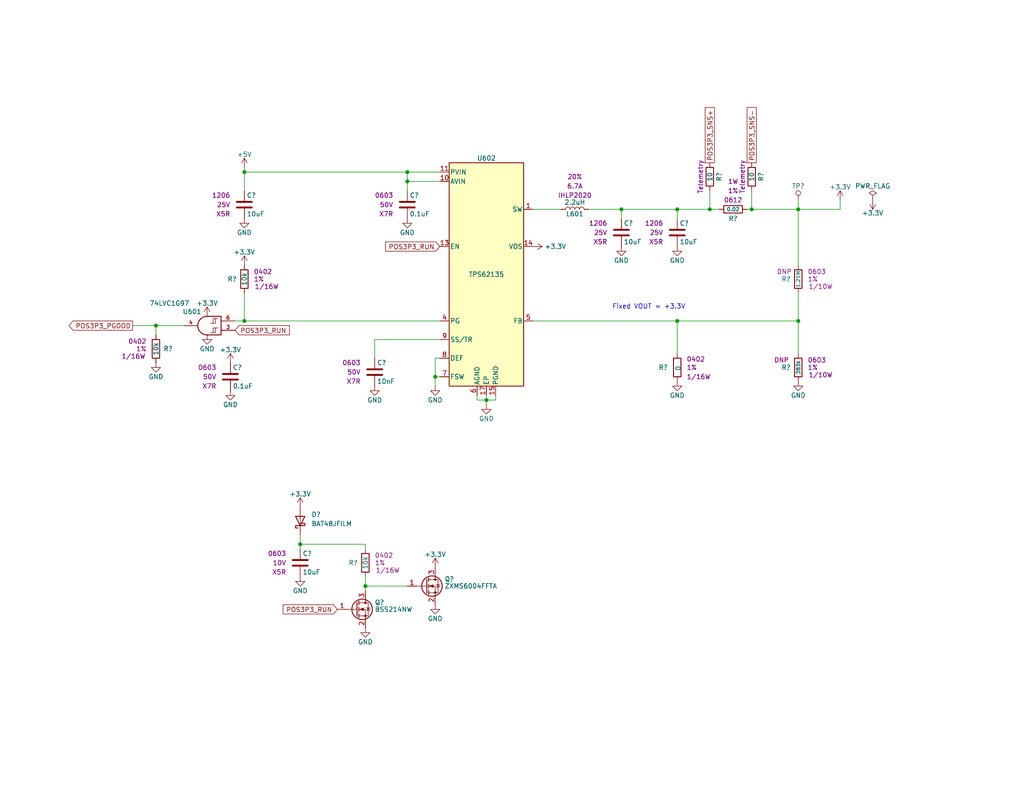
<source format=kicad_sch>
(kicad_sch (version 20230121) (generator eeschema)
  (paper "A")
  (title_block (title "USB Hub") (date "2023-08-18") (rev "PRELIM") (company "Drew Maatman"))
  (lib_symbols
    (symbol "Custom_Library:74LVC1G97_Power_AND" (pin_names (offset 1.016) hide)
      (property "Reference" "U" (at 1.524 3.81 0))
      (property "Value" "74LVC1G97_Power_AND" (at 1.524 -3.81 0))
      (symbol "74LVC1G97_Power_AND_1_1"
        (arc (start 0 -2.54) (mid 2.529 0) (end 0 2.54) (stroke (width 0.254)))
        (polyline (pts (xy -2.286 -0.635) (xy -1.651 -0.635) (xy -1.651 -1.905)))
        (polyline (pts (xy -2.286 1.905) (xy -1.651 1.905) (xy -1.651 0.635)))
        (polyline (pts (xy -2.921 -0.635) (xy -2.286 -0.635) (xy -2.286 -1.905) (xy -1.016 -1.905)))
        (polyline (pts (xy -2.921 1.905) (xy -2.286 1.905) (xy -2.286 0.635) (xy -1.016 0.635)))
        (polyline (pts (xy 0 -2.54) (xy -3.81 -2.54) (xy -3.81 2.54) (xy 0 2.54)) (stroke (width 0.254)))
        (pin power_in line (at 0 -2.54 270) (length 0) (name "GND") (number "1"))
        (pin power_in line (at 0 -2.54 270) (length 0) (name "GND") (number "2"))
        (pin input line (at -7.62 -1.27 0) (length 3.81) (name "~") (number "3"))
        (pin output line (at 6.35 0 180) (length 3.81) (name "~") (number "4"))
        (pin power_in line (at 0 2.54 90) (length 0) (name "VCC") (number "5"))
        (pin input line (at -7.62 1.27 0) (length 3.81) (name "~") (number "6"))
      )
    )
    (symbol "Custom_Library:C_Custom" (pin_numbers hide) (pin_names (offset 0.254))
      (property "Reference" "C" (at 0.635 2.54 0))
      (property "Value" "C_Custom" (at 0.635 -2.54 0))
      (property "display_footprint" "Foot" (at -3.81 2.54 0))
      (property "Voltage" "V" (at -3.81 0 0))
      (property "Dielectric" "Er" (at -3.81 -2.54 0))
      (symbol "C_Custom_0_1"
        (polyline (pts (xy -2.032 -0.762) (xy 2.032 -0.762)) (stroke (width 0.508)))
        (polyline (pts (xy -2.032 0.762) (xy 2.032 0.762)) (stroke (width 0.508)))
      )
      (symbol "C_Custom_1_1"
        (pin passive line (at 0 3.81 270) (length 2.794) (name "~") (number "1"))
        (pin passive line (at 0 -3.81 90) (length 2.794) (name "~") (number "2"))
      )
    )
    (symbol "Custom_Library:L_Custom" (pin_numbers hide) (pin_names (offset 1.016) hide)
      (property "Reference" "L" (at -1.27 0 90))
      (property "Value" "L_Custom" (at 1.905 0 90))
      (property "display_footprint" "Foot" (at 3.81 0 90))
      (property "Ampacity" "A" (at 6.35 0 90))
      (property "Tolerance" "Tol" (at 8.89 0 90))
      (symbol "L_Custom_0_1"
        (arc (start 0 -2.54) (mid 0.6323 -1.905) (end 0 -1.27))
        (arc (start 0 -1.27) (mid 0.6323 -0.635) (end 0 0))
        (arc (start 0 0) (mid 0.6323 0.635) (end 0 1.27))
        (arc (start 0 1.27) (mid 0.6323 1.905) (end 0 2.54))
      )
      (symbol "L_Custom_1_1"
        (pin passive line (at 0 3.81 270) (length 1.27) (name "1") (number "1"))
        (pin passive line (at 0 -3.81 90) (length 1.27) (name "2") (number "2"))
      )
    )
    (symbol "Custom_Library:R_Custom" (pin_numbers hide) (pin_names (offset 1.016) hide)
      (property "Reference" "R" (at -2.54 0 90))
      (property "Value" "R_Custom" (at 0 0 90))
      (property "display_footprint" "Foot" (at 2.54 0 90))
      (property "Tolerance" "Tol" (at 5.08 0 90))
      (property "Wattage" "W" (at 7.62 0 90))
      (symbol "R_Custom_0_1"
        (rectangle (start 1.016 2.54) (end -1.016 -2.54) (stroke (width 0.254)))
      )
      (symbol "R_Custom_1_1"
        (pin passive line (at 0 3.81 270) (length 1.27) (name "1") (number "1"))
        (pin passive line (at 0 -3.81 90) (length 1.27) (name "2") (number "2"))
      )
    )
    (symbol "Custom_Library:TP" (pin_numbers hide) (pin_names (offset 0) hide)
      (property "Reference" "TP" (at 0 3.81 0))
      (symbol "TP_0_1"
        (polyline (pts (xy 0 0) (xy 0 1.27)))
        (circle (center 0 1.905) (radius 0.635))
      )
      (symbol "TP_1_1"
        (pin passive line (at 0 0 90) (length 0) (name "TP") (number "1"))
      )
    )
    (symbol "Custom_Library:TPS62130" (pin_names (offset 0.254))
      (property "Reference" "U" (at 0 31.75 0))
      (property "Value" "TPS62130" (at 0 0 0))
      (symbol "TPS62130_0_1"
        (rectangle (start -10.16 30.48) (end 10.16 -30.48) (stroke (width 0.254)) (fill (type background)))
      )
      (symbol "TPS62130_1_1"
        (pin output line (at 12.7 17.78 180) (length 2.54) (name "SW") (number "1"))
        (pin power_in line (at -12.7 25.4 0) (length 2.54) (name "AVIN") (number "10"))
        (pin power_in line (at -12.7 27.94 0) (length 2.54) (name "PVIN") (number "11"))
        (pin passive line (at -12.7 27.94 0) (length 2.54) hide (name "PVIN") (number "12"))
        (pin input line (at -12.7 7.62 0) (length 2.54) (name "EN") (number "13"))
        (pin input line (at 12.7 7.62 180) (length 2.54) (name "VOS") (number "14"))
        (pin power_in line (at 2.54 -33.02 90) (length 2.54) (name "PGND") (number "15"))
        (pin passive line (at 2.54 -33.02 90) (length 2.54) hide (name "PGND") (number "16"))
        (pin power_in line (at 0 -33.02 90) (length 2.54) (name "EP") (number "17"))
        (pin passive line (at 12.7 17.78 180) (length 2.54) hide (name "SW") (number "2"))
        (pin passive line (at 12.7 17.78 180) (length 2.54) hide (name "SW") (number "3"))
        (pin open_collector line (at -12.7 -12.7 0) (length 2.54) (name "PG") (number "4"))
        (pin input line (at 12.7 -12.7 180) (length 2.54) (name "FB") (number "5"))
        (pin power_in line (at -2.54 -33.02 90) (length 2.54) (name "AGND") (number "6"))
        (pin input line (at -12.7 -27.94 0) (length 2.54) (name "FSW") (number "7"))
        (pin input line (at -12.7 -22.86 0) (length 2.54) (name "DEF") (number "8"))
        (pin input line (at -12.7 -17.78 0) (length 2.54) (name "SS/TR") (number "9"))
      )
    )
    (symbol "Custom_Library:ZXMS6004FFTA" (pin_names hide)
      (property "Reference" "Q" (at 5.08 1.905 0))
      (property "Value" "ZXMS6004FFTA" (at 5.08 0 0))
      (symbol "ZXMS6004FFTA_0_1"
        (polyline (pts (xy 0.254 0) (xy -2.54 0)))
        (polyline (pts (xy 0.254 1.905) (xy 0.254 -1.905)) (stroke (width 0.254)))
        (polyline (pts (xy 0.762 -1.27) (xy 0.762 -2.286)) (stroke (width 0.254)))
        (polyline (pts (xy 0.762 0.508) (xy 0.762 -0.508)) (stroke (width 0.254)))
        (polyline (pts (xy 0.762 2.286) (xy 0.762 1.27)) (stroke (width 0.254)))
        (polyline (pts (xy 2.54 2.54) (xy 2.54 1.778)))
        (polyline (pts (xy 2.54 -2.54) (xy 2.54 0) (xy 0.762 0)))
        (polyline (pts (xy 0.762 -1.778) (xy 3.302 -1.778) (xy 3.302 1.778) (xy 0.762 1.778)))
        (polyline (pts (xy 1.016 0) (xy 2.032 0.381) (xy 2.032 -0.381) (xy 1.016 0)) (fill (type outline)))
        (polyline (pts (xy 2.794 0.508) (xy 2.921 0.381) (xy 3.683 0.381) (xy 3.81 0.254)))
        (polyline (pts (xy 3.302 0.381) (xy 2.921 -0.254) (xy 3.683 -0.254) (xy 3.302 0.381)))
        (circle (center 1.651 0) (radius 2.794) (stroke (width 0.254)))
        (circle (center 2.54 -1.778) (radius 0.254) (fill (type outline)))
        (circle (center 2.54 1.778) (radius 0.254) (fill (type outline)))
      )
      (symbol "ZXMS6004FFTA_1_1"
        (pin input line (at -5.08 0 0) (length 2.54) (name "G") (number "1"))
        (pin passive line (at 2.54 -5.08 90) (length 2.54) (name "S") (number "2"))
        (pin passive line (at 2.54 5.08 270) (length 2.54) (name "D") (number "3"))
      )
    )
    (symbol "Diode:BAT48JFILM" (pin_numbers hide) (pin_names (offset 1.016) hide)
      (property "Reference" "D" (at 0 2.54 0))
      (property "Value" "BAT48JFILM" (at 0 -2.54 0))
      (symbol "BAT48JFILM_0_1"
        (polyline (pts (xy 1.27 0) (xy -1.27 0)))
        (polyline (pts (xy 1.27 1.27) (xy 1.27 -1.27) (xy -1.27 0) (xy 1.27 1.27)) (stroke (width 0.254)))
        (polyline (pts (xy -1.905 0.635) (xy -1.905 1.27) (xy -1.27 1.27) (xy -1.27 -1.27) (xy -0.635 -1.27) (xy -0.635 -0.635)) (stroke (width 0.254)))
      )
      (symbol "BAT48JFILM_1_1"
        (pin passive line (at -3.81 0 0) (length 2.54) (name "K") (number "1"))
        (pin passive line (at 3.81 0 180) (length 2.54) (name "A") (number "2"))
      )
    )
    (symbol "Transistor_FET:BSS214NW" (pin_names hide)
      (property "Reference" "Q" (at 5.08 1.905 0))
      (property "Value" "BSS214NW" (at 5.08 0 0))
      (symbol "BSS214NW_0_1"
        (polyline (pts (xy 0.254 0) (xy -2.54 0)))
        (polyline (pts (xy 0.254 1.905) (xy 0.254 -1.905)) (stroke (width 0.254)))
        (polyline (pts (xy 0.762 -1.27) (xy 0.762 -2.286)) (stroke (width 0.254)))
        (polyline (pts (xy 0.762 0.508) (xy 0.762 -0.508)) (stroke (width 0.254)))
        (polyline (pts (xy 0.762 2.286) (xy 0.762 1.27)) (stroke (width 0.254)))
        (polyline (pts (xy 2.54 2.54) (xy 2.54 1.778)))
        (polyline (pts (xy 2.54 -2.54) (xy 2.54 0) (xy 0.762 0)))
        (polyline (pts (xy 0.762 -1.778) (xy 3.302 -1.778) (xy 3.302 1.778) (xy 0.762 1.778)))
        (polyline (pts (xy 1.016 0) (xy 2.032 0.381) (xy 2.032 -0.381) (xy 1.016 0)) (fill (type outline)))
        (polyline (pts (xy 2.794 0.508) (xy 2.921 0.381) (xy 3.683 0.381) (xy 3.81 0.254)))
        (polyline (pts (xy 3.302 0.381) (xy 2.921 -0.254) (xy 3.683 -0.254) (xy 3.302 0.381)))
        (circle (center 1.651 0) (radius 2.794) (stroke (width 0.254)))
        (circle (center 2.54 -1.778) (radius 0.254) (fill (type outline)))
        (circle (center 2.54 1.778) (radius 0.254) (fill (type outline)))
      )
      (symbol "BSS214NW_1_1"
        (pin input line (at -5.08 0 0) (length 2.54) (name "G") (number "1"))
        (pin passive line (at 2.54 -5.08 90) (length 2.54) (name "S") (number "2"))
        (pin passive line (at 2.54 5.08 270) (length 2.54) (name "D") (number "3"))
      )
    )
    (symbol "power:+3.3V" (power) (pin_names (offset 0))
      (property "Value" "+3.3V" (at 0 3.556 0))
      (symbol "+3.3V_0_1"
        (polyline (pts (xy -0.762 1.27) (xy 0 2.54)))
        (polyline (pts (xy 0 0) (xy 0 2.54)))
        (polyline (pts (xy 0 2.54) (xy 0.762 1.27)))
      )
      (symbol "+3.3V_1_1"
        (pin power_in line (at 0 0 90) (length 0) hide (name "+3.3V") (number "1"))
      )
    )
    (symbol "power:+5V" (power) (pin_names (offset 0))
      (property "Value" "+5V" (at 0 3.556 0))
      (symbol "+5V_0_1"
        (polyline (pts (xy -0.762 1.27) (xy 0 2.54)))
        (polyline (pts (xy 0 0) (xy 0 2.54)))
        (polyline (pts (xy 0 2.54) (xy 0.762 1.27)))
      )
      (symbol "+5V_1_1"
        (pin power_in line (at 0 0 90) (length 0) hide (name "+5V") (number "1"))
      )
    )
    (symbol "power:GND" (power) (pin_names (offset 0))
      (property "Value" "GND" (at 0 -3.81 0))
      (symbol "GND_0_1"
        (polyline (pts (xy 0 0) (xy 0 -1.27) (xy 1.27 -1.27) (xy 0 -2.54) (xy -1.27 -1.27) (xy 0 -1.27)))
      )
      (symbol "GND_1_1"
        (pin power_in line (at 0 0 270) (length 0) hide (name "GND") (number "1"))
      )
    )
    (symbol "power:PWR_FLAG" (power) (pin_numbers hide) (pin_names (offset 0) hide)
      (property "Value" "PWR_FLAG" (at 0 3.81 0))
      (symbol "PWR_FLAG_0_0"
        (pin power_out line (at 0 0 90) (length 0) (name "pwr") (number "1"))
      )
      (symbol "PWR_FLAG_0_1"
        (polyline (pts (xy 0 0) (xy 0 1.27) (xy -1.016 1.905) (xy 0 2.54) (xy 1.016 1.905) (xy 0 1.27)))
      )
    )
  )
  (junction (at 118.745 102.87))
  (junction (at 184.785 57.15))
  (junction (at 132.715 109.22))
  (junction (at 99.695 160.02))
  (junction (at 66.675 87.63))
  (junction (at 111.125 49.53))
  (junction (at 42.545 88.9))
  (junction (at 81.915 148.59))
  (junction (at 111.125 46.99))
  (junction (at 217.805 87.63))
  (junction (at 193.675 57.15))
  (junction (at 217.805 57.15))
  (junction (at 169.545 57.15))
  (junction (at 205.105 57.15))
  (junction (at 66.675 46.99))
  (junction (at 184.785 87.63))
  (wire (pts (xy 132.715 110.49) (xy 132.715 109.22)))
  (wire (pts (xy 42.545 88.9) (xy 36.195 88.9)))
  (wire (pts (xy 66.675 87.63) (xy 66.675 80.01)))
  (wire (pts (xy 217.805 80.01) (xy 217.805 87.63)))
  (wire (pts (xy 135.255 109.22) (xy 135.255 107.95)))
  (wire (pts (xy 118.745 102.87) (xy 118.745 97.79)))
  (wire (pts (xy 193.675 52.07) (xy 193.675 57.15)))
  (wire (pts (xy 111.125 160.02) (xy 99.695 160.02)))
  (wire (pts (xy 145.415 57.15) (xy 153.035 57.15)))
  (wire (pts (xy 217.805 54.61) (xy 217.805 57.15)))
  (wire (pts (xy 118.745 97.79) (xy 120.015 97.79)))
  (wire (pts (xy 118.745 105.41) (xy 118.745 102.87)))
  (wire (pts (xy 66.675 46.99) (xy 66.675 52.07)))
  (wire (pts (xy 132.715 109.22) (xy 135.255 109.22)))
  (wire (pts (xy 217.805 57.15) (xy 217.805 72.39)))
  (wire (pts (xy 81.915 146.05) (xy 81.915 148.59)))
  (wire (pts (xy 229.235 57.15) (xy 217.805 57.15)))
  (wire (pts (xy 203.835 57.15) (xy 205.105 57.15)))
  (wire (pts (xy 184.785 87.63) (xy 217.805 87.63)))
  (wire (pts (xy 193.675 57.15) (xy 184.785 57.15)))
  (wire (pts (xy 120.015 102.87) (xy 118.745 102.87)))
  (wire (pts (xy 102.235 97.79) (xy 102.235 92.71)))
  (wire (pts (xy 99.695 148.59) (xy 81.915 148.59)))
  (wire (pts (xy 229.235 54.61) (xy 229.235 57.15)))
  (wire (pts (xy 64.135 87.63) (xy 66.675 87.63)))
  (wire (pts (xy 169.545 57.15) (xy 184.785 57.15)))
  (wire (pts (xy 132.715 109.22) (xy 130.175 109.22)))
  (wire (pts (xy 184.785 59.69) (xy 184.785 57.15)))
  (wire (pts (xy 102.235 92.71) (xy 120.015 92.71)))
  (wire (pts (xy 120.015 49.53) (xy 111.125 49.53)))
  (wire (pts (xy 169.545 59.69) (xy 169.545 57.15)))
  (wire (pts (xy 205.105 52.07) (xy 205.105 57.15)))
  (wire (pts (xy 42.545 88.9) (xy 42.545 91.44)))
  (wire (pts (xy 160.655 57.15) (xy 169.545 57.15)))
  (wire (pts (xy 120.015 46.99) (xy 111.125 46.99)))
  (wire (pts (xy 50.165 88.9) (xy 42.545 88.9)))
  (wire (pts (xy 99.695 160.02) (xy 99.695 161.29)))
  (wire (pts (xy 145.415 87.63) (xy 184.785 87.63)))
  (wire (pts (xy 193.675 57.15) (xy 196.215 57.15)))
  (wire (pts (xy 99.695 157.48) (xy 99.695 160.02)))
  (wire (pts (xy 66.675 46.99) (xy 111.125 46.99)))
  (wire (pts (xy 205.105 57.15) (xy 217.805 57.15)))
  (wire (pts (xy 217.805 87.63) (xy 217.805 96.52)))
  (wire (pts (xy 120.015 87.63) (xy 66.675 87.63)))
  (wire (pts (xy 130.175 109.22) (xy 130.175 107.95)))
  (wire (pts (xy 132.715 109.22) (xy 132.715 107.95)))
  (wire (pts (xy 184.785 96.52) (xy 184.785 87.63)))
  (wire (pts (xy 81.915 148.59) (xy 81.915 149.86)))
  (wire (pts (xy 111.125 49.53) (xy 111.125 46.99)))
  (wire (pts (xy 111.125 49.53) (xy 111.125 52.07)))
  (wire (pts (xy 66.675 45.72) (xy 66.675 46.99)))
  (wire (pts (xy 99.695 149.86) (xy 99.695 148.59)))
  (text "Fixed VOUT = +3.3V" (at 167.005 84.582 0) (effects (font (size 1.27 1.27)) (justify left bottom)))
  (global_label "POS3P3_PGOOD" (shape output) (at 36.195 88.9 180) (property "Intersheetrefs" "${INTERSHEET_REFS}" (effects hide)))
  (global_label "POS3P3_RUN" (shape input) (at 92.075 166.37 180) (property "Intersheetrefs" "${INTERSHEET_REFS}" (effects hide)))
  (global_label "POS3P3_RUN" (shape input) (at 64.135 90.17 0) (property "Intersheetrefs" "${INTERSHEET_REFS}" (effects hide)))
  (global_label "POS3P3_SNS+" (shape passive) (at 193.675 44.45 90) (property "Intersheetrefs" "${INTERSHEET_REFS}" (effects hide)))
  (global_label "POS3P3_SNS-" (shape passive) (at 205.105 44.45 90) (property "Intersheetrefs" "${INTERSHEET_REFS}" (effects hide)))
  (global_label "POS3P3_RUN" (shape input) (at 120.015 67.31 180) (property "Intersheetrefs" "${INTERSHEET_REFS}" (effects hide)))
  (symbol (lib_id "Custom_Library:R_Custom") (at 217.805 100.33 0) (unit 1)
    (property "Reference" "R?" (at 215.773 100.33 0) (effects (justify right)))
    (property "Value" "383k" (at 217.805 100.33 90) (effects (font (size 1.016 1.016))))
    (property "Footprint" "Resistors_SMD:R_0603" (effects hide))
    (property "display_footprint" "0603" (at 220.345 98.298 0) (effects (justify left)))
    (property "Tolerance" "1%" (at 220.345 100.33 0) (effects (justify left)))
    (property "Wattage" "1/10W" (at 220.599 102.362 0) (effects (justify left)))
    (property "Configuration" "DNP" (at 213.233 98.298 0))
    (instances (project "LED_Panel_Controller" (path "" (reference "R?") (unit 1)) (path "" (reference "R?") (unit 1)) (path "" (reference "R?") (unit 1)) (path "" (reference "R?") (unit 1)) (path "" (reference "R613") (unit 1)) (path "" (reference "R?") (unit 1)) (path "" (reference "R?") (unit 1)) (path "" (reference "R?") (unit 1)) (path "" (reference "R?") (unit 1)) (path "" (reference "R?") (unit 1))) (project "USB_Hub" (path "" (reference "R?") (unit 1)) (path "" (reference "R?") (unit 1))))
  )
  (symbol (lib_id "power:+3.3V") (at 81.915 138.43 0) (unit 1)
    (property "Reference" "#PWR?" (effects hide))
    (property "Value" "+3.3V" (at 81.915 134.874 0))
    (instances (project "LED_Panel_Controller" (path "" (reference "#PWR?") (unit 1)) (path "" (reference "#PWR0609") (unit 1))) (project "USB_Hub" (path "" (reference "#PWR0409") (unit 1)) (path "" (reference "#PWR02109") (unit 1))))
  )
  (symbol (lib_id "power:+3.3V") (at 145.415 67.31 270) (unit 1)
    (property "Reference" "#PWR?" (effects hide))
    (property "Value" "+3.3V" (at 148.59 67.31 90) (effects (justify left)))
    (instances (project "LED_Panel_Controller" (path "" (reference "#PWR?") (unit 1)) (path "" (reference "#PWR0609") (unit 1))) (project "USB_Hub" (path "" (reference "#PWR0409") (unit 1)) (path "" (reference "#PWR02118") (unit 1))))
  )
  (symbol (lib_id "power:GND") (at 102.235 105.41 0) (unit 1)
    (property "Reference" "#PWR?" (effects hide))
    (property "Value" "GND" (at 102.235 109.22 0))
    (instances (project "LED_Panel_Controller" (path "" (reference "#PWR?") (unit 1)) (path "" (reference "#PWR?") (unit 1)) (path "" (reference "#PWR?") (unit 1)) (path "" (reference "#PWR0612") (unit 1)) (path "" (reference "#PWR?") (unit 1))) (project "USB_Hub" (path "" (reference "#PWR0412") (unit 1)) (path "" (reference "#PWR02112") (unit 1))))
  )
  (symbol (lib_id "power:GND") (at 118.745 165.1 0) (unit 1)
    (property "Reference" "#PWR?" (effects hide))
    (property "Value" "GND" (at 118.745 168.91 0))
    (instances (project "LED_Panel_Controller" (path "" (reference "#PWR?") (unit 1)) (path "" (reference "#PWR0617") (unit 1))) (project "USB_Hub" (path "" (reference "#PWR0417") (unit 1)) (path "" (reference "#PWR02116") (unit 1))))
  )
  (symbol (lib_id "power:GND") (at 42.545 99.06 0) (unit 1)
    (property "Reference" "#PWR?" (effects hide))
    (property "Value" "GND" (at 42.545 102.87 0))
    (instances (project "LED_Panel_Controller" (path "" (reference "#PWR?") (unit 1)) (path "" (reference "#PWR?") (unit 1)) (path "" (reference "#PWR?") (unit 1)) (path "" (reference "#PWR0601") (unit 1)) (path "" (reference "#PWR?") (unit 1))) (project "USB_Hub" (path "" (reference "#PWR0401") (unit 1)) (path "" (reference "#PWR02101") (unit 1))))
  )
  (symbol (lib_id "Custom_Library:R_Custom") (at 42.545 95.25 0) (mirror y) (unit 1)
    (property "Reference" "R?" (at 44.577 95.25 0) (effects (justify right)))
    (property "Value" "10k" (at 42.545 95.25 90))
    (property "Footprint" "Resistors_SMD:R_0402" (effects hide))
    (property "display_footprint" "0402" (at 40.005 93.218 0) (effects (justify left)))
    (property "Tolerance" "1%" (at 40.005 95.25 0) (effects (justify left)))
    (property "Wattage" "1/16W" (at 39.751 97.282 0) (effects (justify left)))
    (property "Digi-Key PN" "RMCF0402FT10K0CT-ND" (effects hide))
    (instances (project "LED_Panel_Controller" (path "" (reference "R?") (unit 1)) (path "" (reference "R?") (unit 1)) (path "" (reference "R?") (unit 1)) (path "" (reference "R?") (unit 1)) (path "" (reference "R601") (unit 1)) (path "" (reference "R?") (unit 1)) (path "" (reference "R?") (unit 1)) (path "" (reference "R?") (unit 1)) (path "" (reference "R?") (unit 1)) (path "" (reference "R?") (unit 1))) (project "USB_Hub" (path "" (reference "R?") (unit 1)) (path "" (reference "R?") (unit 1))))
  )
  (symbol (lib_id "power:+3.3V") (at 229.235 54.61 0) (unit 1)
    (property "Reference" "#PWR?" (effects hide))
    (property "Value" "+3.3V" (at 229.235 51.054 0))
    (instances (project "LED_Panel_Controller" (path "" (reference "#PWR?") (unit 1)) (path "" (reference "#PWR0609") (unit 1))) (project "USB_Hub" (path "" (reference "#PWR0409") (unit 1)) (path "" (reference "#PWR02115") (unit 1))))
  )
  (symbol (lib_id "Diode:BAT48JFILM") (at 81.915 142.24 90) (unit 1)
    (property "Reference" "D?" (at 84.963 140.462 90) (effects (justify right)))
    (property "Value" "BAT48JFILM" (at 84.963 143.002 90) (effects (justify right)))
    (property "Footprint" "Diode_SMD:D_SOD-323" (effects hide))
    (property "Datasheet" "www.st.com/resource/en/datasheet/bat48.pdf" (effects hide))
    (property "Digi-Key PN" "497-5711-1-ND" (effects hide))
    (instances (project "LED_Panel_Controller" (path "" (reference "D?") (unit 1)) (path "" (reference "D601") (unit 1))) (project "USB_Hub" (path "" (reference "D?") (unit 1)) (path "" (reference "D?") (unit 1))))
  )
  (symbol (lib_id "power:+3.3V") (at 118.745 154.94 0) (unit 1)
    (property "Reference" "#PWR?" (effects hide))
    (property "Value" "+3.3V" (at 118.745 151.384 0))
    (instances (project "LED_Panel_Controller" (path "" (reference "#PWR?") (unit 1)) (path "" (reference "#PWR0609") (unit 1))) (project "USB_Hub" (path "" (reference "#PWR0409") (unit 1)) (path "" (reference "#PWR02106") (unit 1))))
  )
  (symbol (lib_id "power:GND") (at 184.785 67.31 0) (unit 1)
    (property "Reference" "#PWR?" (effects hide))
    (property "Value" "GND" (at 184.785 71.12 0))
    (instances (project "LED_Panel_Controller" (path "" (reference "#PWR?") (unit 1)) (path "" (reference "#PWR?") (unit 1)) (path "" (reference "#PWR?") (unit 1)) (path "" (reference "#PWR0621") (unit 1)) (path "" (reference "#PWR?") (unit 1))) (project "USB_Hub" (path "" (reference "#PWR0421") (unit 1)) (path "" (reference "#PWR02120") (unit 1))))
  )
  (symbol (lib_id "power:PWR_FLAG") (at 238.125 54.61 0) (unit 1)
    (property "Reference" "#FLG0601" (effects hide))
    (property "Value" "PWR_FLAG" (at 238.125 50.8 0))
    (instances (project "LED_Panel_Controller" (path "" (reference "#FLG0601") (unit 1))) (project "USB_Hub" (path "" (reference "#FLG0401") (unit 1)) (path "" (reference "#FLG02101") (unit 1))))
  )
  (symbol (lib_id "power:GND") (at 66.675 59.69 0) (unit 1)
    (property "Reference" "#PWR?" (effects hide))
    (property "Value" "GND" (at 66.675 63.5 0))
    (instances (project "LED_Panel_Controller" (path "" (reference "#PWR?") (unit 1)) (path "" (reference "#PWR?") (unit 1)) (path "" (reference "#PWR?") (unit 1)) (path "" (reference "#PWR0607") (unit 1)) (path "" (reference "#PWR?") (unit 1))) (project "USB_Hub" (path "" (reference "#PWR0407") (unit 1)) (path "" (reference "#PWR02107") (unit 1))))
  )
  (symbol (lib_id "Custom_Library:TP") (at 217.805 54.61 0) (unit 1)
    (property "Reference" "TP?" (at 217.805 50.8 0))
    (property "Value" "TP" (effects hide))
    (property "Footprint" "Custom Footprints Library:Test_Point" (effects hide))
    (instances (project "LED_Panel_Controller" (path "" (reference "TP?") (unit 1)) (path "" (reference "TP?") (unit 1)) (path "" (reference "TP?") (unit 1)) (path "" (reference "TP?") (unit 1)) (path "" (reference "TP?") (unit 1)) (path "" (reference "TP?") (unit 1)) (path "" (reference "TP601") (unit 1)) (path "" (reference "TP?") (unit 1)) (path "" (reference "TP?") (unit 1))) (project "USB_Hub" (path "" (reference "TP?") (unit 1)) (path "" (reference "TP?") (unit 1))))
  )
  (symbol (lib_id "Transistor_FET:BSS214NW") (at 97.155 166.37 0) (unit 1)
    (property "Reference" "Q?" (at 102.235 164.465 0) (effects (justify left)))
    (property "Value" "BSS214NW" (at 102.235 166.37 0) (effects (justify left)))
    (property "Footprint" "Package_TO_SOT_SMD:SOT-323_SC-70" (effects hide))
    (property "Datasheet" "https://www.infineon.com/dgdl/Infineon-BSS214NW-DS-v02_02-en.pdf?fileId=db3a30431b3e89eb011b695aebc01bde" (effects hide))
    (property "Digi-Key PN" "BSS214NWH6327XTSA1CT-ND" (effects hide))
    (instances (project "LED_Panel_Controller" (path "" (reference "Q?") (unit 1)) (path "" (reference "Q601") (unit 1))) (project "USB_Hub" (path "" (reference "Q?") (unit 1)) (path "" (reference "Q?") (unit 1))))
  )
  (symbol (lib_id "Custom_Library:ZXMS6004FFTA") (at 116.205 160.02 0) (unit 1)
    (property "Reference" "Q?" (at 121.285 158.115 0) (effects (justify left)))
    (property "Value" "ZXMS6004FFTA" (at 121.285 160.02 0) (effects (justify left)))
    (property "Footprint" "Package_TO_SOT_SMD:SOT-23" (effects hide))
    (property "Datasheet" "https://www.diodes.com/assets/Datasheets/ZXMS6004FF.pdf" (effects hide))
    (property "Digi-Key PN" "ZXMS6004FFCT-ND" (effects hide))
    (instances (project "LED_Panel_Controller" (path "" (reference "Q?") (unit 1)) (path "" (reference "Q602") (unit 1))) (project "USB_Hub" (path "" (reference "Q?") (unit 1)) (path "" (reference "Q?") (unit 1))))
  )
  (symbol (lib_id "Custom_Library:C_Custom") (at 184.785 63.5 0) (unit 1)
    (property "Reference" "C?" (at 185.42 60.96 0) (effects (justify left)))
    (property "Value" "10uF" (at 185.42 66.04 0) (effects (justify left)))
    (property "Footprint" "Capacitors_SMD:C_1206" (effects hide))
    (property "display_footprint" "1206" (at 180.975 60.96 0) (effects (justify right)))
    (property "Voltage" "25V" (at 180.975 63.5 0) (effects (justify right)))
    (property "Dielectric" "X5R" (at 180.975 66.04 0) (effects (justify right)))
    (property "Digi-Key PN" "399-8153-1-ND" (effects hide))
    (instances (project "LED_Panel_Controller" (path "" (reference "C?") (unit 1)) (path "" (reference "C?") (unit 1)) (path "" (reference "C?") (unit 1)) (path "" (reference "C607") (unit 1)) (path "" (reference "C?") (unit 1))) (project "USB_Hub" (path "" (reference "C?") (unit 1)) (path "" (reference "C?") (unit 1))))
  )
  (symbol (lib_id "Custom_Library:R_Custom") (at 184.785 100.33 0) (mirror y) (unit 1)
    (property "Reference" "R?" (at 182.245 100.33 0) (effects (justify left)))
    (property "Value" "0" (at 185.039 99.822 90) (effects (justify right)))
    (property "Footprint" "Resistors_SMD:R_0402" (effects hide))
    (property "display_footprint" "0402" (at 187.325 98.044 0) (effects (justify right)))
    (property "Tolerance" "1%" (at 187.325 100.33 0) (effects (justify right)))
    (property "Wattage" "1/16W" (at 187.325 102.87 0) (effects (justify right)))
    (property "Digi-Key PN" "RMCF0402ZT0R00CT-ND" (effects hide))
    (instances (project "LED_Panel_Controller" (path "" (reference "R?") (unit 1)) (path "" (reference "R605") (unit 1)) (path "" (reference "R?") (unit 1)) (path "" (reference "R?") (unit 1))) (project "USB_Hub" (path "" (reference "R?") (unit 1)) (path "" (reference "R?") (unit 1))))
  )
  (symbol (lib_id "power:GND") (at 132.715 110.49 0) (unit 1)
    (property "Reference" "#PWR?" (effects hide))
    (property "Value" "GND" (at 132.715 114.3 0))
    (instances (project "LED_Panel_Controller" (path "" (reference "#PWR?") (unit 1)) (path "" (reference "#PWR?") (unit 1)) (path "" (reference "#PWR?") (unit 1)) (path "" (reference "#PWR0618") (unit 1)) (path "" (reference "#PWR?") (unit 1))) (project "USB_Hub" (path "" (reference "#PWR0418") (unit 1)) (path "" (reference "#PWR02117") (unit 1))))
  )
  (symbol (lib_id "Custom_Library:L_Custom") (at 156.845 57.15 90) (unit 1)
    (property "Reference" "L601" (at 156.845 58.42 90))
    (property "Value" "2.2uH" (at 156.845 55.245 90))
    (property "Footprint" "Inductors_SMD:L_Vishay_IHLP-2020" (effects hide))
    (property "display_footprint" "IHLP2020" (at 156.845 53.34 90))
    (property "Ampacity" "6.7A" (at 156.845 50.8 90))
    (property "Tolerance" "20%" (at 156.845 48.26 90))
    (property "Digi-Key PN" "541-1236-1-ND" (effects hide))
    (instances (project "LED_Panel_Controller" (path "" (reference "L601") (unit 1)) (path "" (reference "L?") (unit 1))) (project "USB_Hub" (path "" (reference "L?") (unit 1)) (path "" (reference "L?") (unit 1))))
  )
  (symbol (lib_id "Custom_Library:R_Custom") (at 193.675 48.26 0) (mirror y) (unit 1)
    (property "Reference" "R?" (at 196.215 48.26 90))
    (property "Value" "10" (at 193.675 48.26 90))
    (property "Footprint" "Resistors_SMD:R_0402" (effects hide))
    (property "display_footprint" "0402" (effects hide))
    (property "Tolerance" "1%" (effects hide))
    (property "Wattage" "1/16W" (effects hide))
    (property "Digi-Key PN" "RMCF0402FT10R0CT-ND" (effects hide))
    (property "Configuration" "Telemetry" (at 191.135 48.26 90))
    (instances (project "LED_Panel_Controller" (path "" (reference "R?") (unit 1)) (path "" (reference "R?") (unit 1)) (path "" (reference "R606") (unit 1)) (path "" (reference "R?") (unit 1)) (path "" (reference "R?") (unit 1)) (path "" (reference "R?") (unit 1))) (project "USB_Hub" (path "" (reference "R?") (unit 1)) (path "" (reference "R?") (unit 1))))
  )
  (symbol (lib_id "Custom_Library:R_Custom") (at 66.675 76.2 0) (unit 1)
    (property "Reference" "R?" (at 64.643 76.2 0) (effects (justify right)))
    (property "Value" "10k" (at 66.675 76.2 90))
    (property "Footprint" "Resistors_SMD:R_0402" (effects hide))
    (property "display_footprint" "0402" (at 69.215 74.168 0) (effects (justify left)))
    (property "Tolerance" "1%" (at 69.215 76.2 0) (effects (justify left)))
    (property "Wattage" "1/16W" (at 69.469 78.232 0) (effects (justify left)))
    (property "Digi-Key PN" "RMCF0402FT10K0CT-ND" (effects hide))
    (instances (project "LED_Panel_Controller" (path "" (reference "R?") (unit 1)) (path "" (reference "R?") (unit 1)) (path "" (reference "R?") (unit 1)) (path "" (reference "R?") (unit 1)) (path "" (reference "R602") (unit 1)) (path "" (reference "R?") (unit 1)) (path "" (reference "R?") (unit 1)) (path "" (reference "R?") (unit 1)) (path "" (reference "R?") (unit 1)) (path "" (reference "R?") (unit 1))) (project "USB_Hub" (path "" (reference "R?") (unit 1)) (path "" (reference "R?") (unit 1))))
  )
  (symbol (lib_id "power:GND") (at 118.745 105.41 0) (unit 1)
    (property "Reference" "#PWR?" (effects hide))
    (property "Value" "GND" (at 118.745 109.22 0))
    (instances (project "LED_Panel_Controller" (path "" (reference "#PWR?") (unit 1)) (path "" (reference "#PWR?") (unit 1)) (path "" (reference "#PWR?") (unit 1)) (path "" (reference "#PWR0615") (unit 1)) (path "" (reference "#PWR?") (unit 1))) (project "USB_Hub" (path "" (reference "#PWR0415") (unit 1)) (path "" (reference "#PWR02114") (unit 1))))
  )
  (symbol (lib_id "Custom_Library:R_Custom") (at 205.105 48.26 0) (mirror y) (unit 1)
    (property "Reference" "R?" (at 207.645 48.26 90))
    (property "Value" "10" (at 205.105 48.26 90))
    (property "Footprint" "Resistors_SMD:R_0402" (effects hide))
    (property "display_footprint" "0402" (effects hide))
    (property "Tolerance" "1%" (effects hide))
    (property "Wattage" "1/16W" (effects hide))
    (property "Digi-Key PN" "RMCF0402FT10R0CT-ND" (effects hide))
    (property "Configuration" "Telemetry" (at 202.565 48.26 90))
    (instances (project "LED_Panel_Controller" (path "" (reference "R?") (unit 1)) (path "" (reference "R?") (unit 1)) (path "" (reference "R611") (unit 1)) (path "" (reference "R?") (unit 1)) (path "" (reference "R?") (unit 1)) (path "" (reference "R?") (unit 1))) (project "USB_Hub" (path "" (reference "R?") (unit 1)) (path "" (reference "R?") (unit 1))))
  )
  (symbol (lib_id "power:GND") (at 56.515 91.44 0) (unit 1)
    (property "Reference" "#PWR?" (effects hide))
    (property "Value" "GND" (at 56.515 95.25 0))
    (instances (project "LED_Panel_Controller" (path "" (reference "#PWR?") (unit 1)) (path "" (reference "#PWR?") (unit 1)) (path "" (reference "#PWR?") (unit 1)) (path "" (reference "#PWR0603") (unit 1)) (path "" (reference "#PWR?") (unit 1))) (project "USB_Hub" (path "" (reference "#PWR0403") (unit 1)) (path "" (reference "#PWR02103") (unit 1))))
  )
  (symbol (lib_id "Custom_Library:C_Custom") (at 111.125 55.88 0) (unit 1)
    (property "Reference" "C?" (at 111.76 53.34 0) (effects (justify left)))
    (property "Value" "0.1uF" (at 111.76 58.42 0) (effects (justify left)))
    (property "Footprint" "Capacitors_SMD:C_0603" (effects hide))
    (property "display_footprint" "0603" (at 107.315 53.34 0) (effects (justify right)))
    (property "Voltage" "50V" (at 107.315 55.88 0) (effects (justify right)))
    (property "Dielectric" "X7R" (at 107.315 58.42 0) (effects (justify right)))
    (property "Digi-Key PN" "1276-1935-1-ND" (effects hide))
    (instances (project "LED_Panel_Controller" (path "" (reference "C?") (unit 1)) (path "" (reference "C?") (unit 1)) (path "" (reference "C?") (unit 1)) (path "" (reference "C?") (unit 1)) (path "" (reference "C?") (unit 1)) (path "" (reference "C?") (unit 1)) (path "" (reference "C605") (unit 1)) (path "" (reference "C?") (unit 1)) (path "" (reference "C?") (unit 1)) (path "" (reference "C?") (unit 1)) (path "" (reference "C?") (unit 1)) (path "" (reference "C?") (unit 1)) (path "" (reference "C?") (unit 1)) (path "" (reference "C?") (unit 1))) (project "USB_Hub" (path "" (reference "C?") (unit 1)) (path "" (reference "C?") (unit 1))))
  )
  (symbol (lib_id "Custom_Library:C_Custom") (at 62.865 102.87 0) (unit 1)
    (property "Reference" "C?" (at 63.5 100.33 0) (effects (justify left)))
    (property "Value" "0.1uF" (at 63.5 105.41 0) (effects (justify left)))
    (property "Footprint" "Capacitors_SMD:C_0603" (effects hide))
    (property "display_footprint" "0603" (at 59.055 100.33 0) (effects (justify right)))
    (property "Voltage" "50V" (at 59.055 102.87 0) (effects (justify right)))
    (property "Dielectric" "X7R" (at 59.055 105.41 0) (effects (justify right)))
    (property "Digi-Key PN" "1276-1935-1-ND" (effects hide))
    (instances (project "LED_Panel_Controller" (path "" (reference "C?") (unit 1)) (path "" (reference "C?") (unit 1)) (path "" (reference "C?") (unit 1)) (path "" (reference "C?") (unit 1)) (path "" (reference "C?") (unit 1)) (path "" (reference "C?") (unit 1)) (path "" (reference "C601") (unit 1)) (path "" (reference "C?") (unit 1)) (path "" (reference "C?") (unit 1)) (path "" (reference "C?") (unit 1)) (path "" (reference "C?") (unit 1)) (path "" (reference "C?") (unit 1)) (path "" (reference "C?") (unit 1)) (path "" (reference "C?") (unit 1))) (project "USB_Hub" (path "" (reference "C?") (unit 1)) (path "" (reference "C?") (unit 1))))
  )
  (symbol (lib_id "Custom_Library:74LVC1G97_Power_AND") (at 56.515 88.9 0) (mirror y) (unit 1)
    (property "Reference" "U601" (at 54.991 85.09 0) (effects (justify left)))
    (property "Value" "74LVC1G97" (at 51.689 82.804 0) (effects (justify left)))
    (property "Footprint" "Package_TO_SOT_SMD:SOT-363_SC-70-6" (effects hide))
    (property "Datasheet" "http://www.ti.com/lit/ds/symlink/sn74lvc1g97.pdf" (effects hide))
    (property "Digi-Key PN" "1727-1772-1-ND" (effects hide))
    (instances (project "LED_Panel_Controller" (path "" (reference "U601") (unit 1))) (project "USB_Hub" (path "" (reference "U?") (unit 1)) (path "" (reference "U?") (unit 1))))
  )
  (symbol (lib_id "Custom_Library:C_Custom") (at 169.545 63.5 0) (unit 1)
    (property "Reference" "C?" (at 170.18 60.96 0) (effects (justify left)))
    (property "Value" "10uF" (at 170.18 66.04 0) (effects (justify left)))
    (property "Footprint" "Capacitors_SMD:C_1206" (effects hide))
    (property "display_footprint" "1206" (at 165.735 60.96 0) (effects (justify right)))
    (property "Voltage" "25V" (at 165.735 63.5 0) (effects (justify right)))
    (property "Dielectric" "X5R" (at 165.735 66.04 0) (effects (justify right)))
    (property "Digi-Key PN" "399-8153-1-ND" (effects hide))
    (instances (project "LED_Panel_Controller" (path "" (reference "C?") (unit 1)) (path "" (reference "C?") (unit 1)) (path "" (reference "C?") (unit 1)) (path "" (reference "C606") (unit 1)) (path "" (reference "C?") (unit 1))) (project "USB_Hub" (path "" (reference "C?") (unit 1)) (path "" (reference "C?") (unit 1))))
  )
  (symbol (lib_id "power:GND") (at 169.545 67.31 0) (unit 1)
    (property "Reference" "#PWR?" (effects hide))
    (property "Value" "GND" (at 169.545 71.12 0))
    (instances (project "LED_Panel_Controller" (path "" (reference "#PWR?") (unit 1)) (path "" (reference "#PWR?") (unit 1)) (path "" (reference "#PWR?") (unit 1)) (path "" (reference "#PWR0620") (unit 1)) (path "" (reference "#PWR?") (unit 1))) (project "USB_Hub" (path "" (reference "#PWR0420") (unit 1)) (path "" (reference "#PWR02119") (unit 1))))
  )
  (symbol (lib_id "Custom_Library:R_Custom") (at 217.805 76.2 0) (unit 1)
    (property "Reference" "R?" (at 215.773 76.2 0) (effects (justify right)))
    (property "Value" "1.21M" (at 217.805 76.2 90) (effects (font (size 1.016 1.016))))
    (property "Footprint" "Resistors_SMD:R_0603" (effects hide))
    (property "display_footprint" "0603" (at 220.345 74.168 0) (effects (justify left)))
    (property "Tolerance" "1%" (at 220.345 76.2 0) (effects (justify left)))
    (property "Wattage" "1/10W" (at 220.599 78.232 0) (effects (justify left)))
    (property "Configuration" "DNP" (at 213.995 74.168 0))
    (instances (project "LED_Panel_Controller" (path "" (reference "R?") (unit 1)) (path "" (reference "R?") (unit 1)) (path "" (reference "R?") (unit 1)) (path "" (reference "R?") (unit 1)) (path "" (reference "R?") (unit 1)) (path "" (reference "R?") (unit 1)) (path "" (reference "R?") (unit 1)) (path "" (reference "R?") (unit 1)) (path "" (reference "R612") (unit 1)) (path "" (reference "R?") (unit 1)) (path "" (reference "R?") (unit 1)) (path "" (reference "R?") (unit 1))) (project "USB_Hub" (path "" (reference "R?") (unit 1)) (path "" (reference "R?") (unit 1))))
  )
  (symbol (lib_id "power:+5V") (at 66.675 45.72 0) (unit 1)
    (property "Reference" "#PWR02124" (effects hide))
    (property "Value" "+5V" (at 66.675 42.164 0))
  )
  (symbol (lib_id "Custom_Library:R_Custom") (at 200.025 57.15 90) (unit 1)
    (property "Reference" "R?" (at 200.025 59.69 90))
    (property "Value" "0.02" (at 200.025 57.15 90) (effects (font (size 1.016 1.016))))
    (property "Footprint" "Resistors_SMD:R_0612" (effects hide))
    (property "Digi-Key PN" "P16010CT-ND" (effects hide))
    (property "display_footprint" "0612" (at 200.025 54.61 90))
    (property "Tolerance" "1%" (at 200.025 52.07 90))
    (property "Wattage" "1W" (at 200.025 49.53 90))
    (instances (project "LED_Panel_Controller" (path "" (reference "R?") (unit 1)) (path "" (reference "R?") (unit 1)) (path "" (reference "R607") (unit 1)) (path "" (reference "R?") (unit 1)) (path "" (reference "R?") (unit 1)) (path "" (reference "R?") (unit 1))) (project "USB_Hub" (path "" (reference "R?") (unit 1)) (path "" (reference "R?") (unit 1))))
  )
  (symbol (lib_id "Custom_Library:C_Custom") (at 102.235 101.6 0) (unit 1)
    (property "Reference" "C?" (at 102.87 99.06 0) (effects (justify left)))
    (property "Value" "10nF" (at 102.87 104.14 0) (effects (justify left)))
    (property "Footprint" "Capacitors_SMD:C_0603" (effects hide))
    (property "display_footprint" "0603" (at 98.425 99.06 0) (effects (justify right)))
    (property "Voltage" "50V" (at 98.425 101.6 0) (effects (justify right)))
    (property "Dielectric" "X7R" (at 98.425 104.14 0) (effects (justify right)))
    (property "Digi-Key PN" "399-7842-1-ND" (effects hide))
    (instances (project "LED_Panel_Controller" (path "" (reference "C?") (unit 1)) (path "" (reference "C?") (unit 1)) (path "" (reference "C?") (unit 1)) (path "" (reference "C?") (unit 1)) (path "" (reference "C604") (unit 1)) (path "" (reference "C?") (unit 1)) (path "" (reference "C?") (unit 1)) (path "" (reference "C?") (unit 1)) (path "" (reference "C?") (unit 1)) (path "" (reference "C?") (unit 1))) (project "USB_Hub" (path "" (reference "C?") (unit 1)) (path "" (reference "C?") (unit 1))))
  )
  (symbol (lib_id "power:GND") (at 111.125 59.69 0) (unit 1)
    (property "Reference" "#PWR?" (effects hide))
    (property "Value" "GND" (at 111.125 63.5 0))
    (instances (project "LED_Panel_Controller" (path "" (reference "#PWR?") (unit 1)) (path "" (reference "#PWR?") (unit 1)) (path "" (reference "#PWR?") (unit 1)) (path "" (reference "#PWR0613") (unit 1)) (path "" (reference "#PWR?") (unit 1))) (project "USB_Hub" (path "" (reference "#PWR0413") (unit 1)) (path "" (reference "#PWR02113") (unit 1))))
  )
  (symbol (lib_id "power:+3.3V") (at 56.515 86.36 0) (unit 1)
    (property "Reference" "#PWR?" (effects hide))
    (property "Value" "+3.3V" (at 56.515 82.804 0))
    (instances (project "LED_Panel_Controller" (path "" (reference "#PWR?") (unit 1)) (path "" (reference "#PWR?") (unit 1)) (path "" (reference "#PWR?") (unit 1)) (path "" (reference "#PWR0602") (unit 1)) (path "" (reference "#PWR?") (unit 1))) (project "USB_Hub" (path "" (reference "#PWR0402") (unit 1)) (path "" (reference "#PWR02102") (unit 1))))
  )
  (symbol (lib_id "power:GND") (at 217.805 104.14 0) (unit 1)
    (property "Reference" "#PWR?" (effects hide))
    (property "Value" "GND" (at 217.805 107.95 0))
    (instances (project "LED_Panel_Controller" (path "" (reference "#PWR?") (unit 1)) (path "" (reference "#PWR?") (unit 1)) (path "" (reference "#PWR?") (unit 1)) (path "" (reference "#PWR0623") (unit 1)) (path "" (reference "#PWR?") (unit 1))) (project "USB_Hub" (path "" (reference "#PWR0423") (unit 1)) (path "" (reference "#PWR02122") (unit 1))))
  )
  (symbol (lib_id "power:GND") (at 184.785 104.14 0) (unit 1)
    (property "Reference" "#PWR?" (effects hide))
    (property "Value" "GND" (at 184.785 107.95 0))
    (instances (project "LED_Panel_Controller" (path "" (reference "#PWR?") (unit 1)) (path "" (reference "#PWR?") (unit 1)) (path "" (reference "#PWR?") (unit 1)) (path "" (reference "#PWR0622") (unit 1)) (path "" (reference "#PWR?") (unit 1))) (project "USB_Hub" (path "" (reference "#PWR0422") (unit 1)) (path "" (reference "#PWR02121") (unit 1))))
  )
  (symbol (lib_id "Custom_Library:TPS62130") (at 132.715 74.93 0) (unit 1)
    (property "Reference" "U602" (at 132.715 43.18 0))
    (property "Value" "TPS62135" (at 132.715 74.93 0))
    (property "Footprint" "Package_DFN_QFN:QFN-16-1EP_3x3mm_P0.5mm_EP1.8x1.8mm" (effects hide))
    (property "Datasheet" "http://www.ti.com/lit/ds/symlink/tps62130.pdf" (effects hide))
    (instances (project "LED_Panel_Controller" (path "" (reference "U602") (unit 1)) (path "" (reference "U?") (unit 1))) (project "USB_Hub" (path "" (reference "U?") (unit 1)) (path "" (reference "U?") (unit 1))))
  )
  (symbol (lib_id "power:+3.3V") (at 66.675 72.39 0) (unit 1)
    (property "Reference" "#PWR?" (effects hide))
    (property "Value" "+3.3V" (at 66.675 68.834 0))
    (instances (project "LED_Panel_Controller" (path "" (reference "#PWR?") (unit 1)) (path "" (reference "#PWR?") (unit 1)) (path "" (reference "#PWR?") (unit 1)) (path "" (reference "#PWR0608") (unit 1)) (path "" (reference "#PWR?") (unit 1))) (project "USB_Hub" (path "" (reference "#PWR0408") (unit 1)) (path "" (reference "#PWR02108") (unit 1))))
  )
  (symbol (lib_id "Custom_Library:R_Custom") (at 99.695 153.67 0) (unit 1)
    (property "Reference" "R?" (at 97.663 153.67 0) (effects (justify right)))
    (property "Value" "10k" (at 99.695 153.67 90))
    (property "Footprint" "Resistors_SMD:R_0402" (effects hide))
    (property "display_footprint" "0402" (at 102.235 151.638 0) (effects (justify left)))
    (property "Tolerance" "1%" (at 102.235 153.67 0) (effects (justify left)))
    (property "Wattage" "1/16W" (at 102.489 155.702 0) (effects (justify left)))
    (property "Digi-Key PN" "RMCF0402FT10K0CT-ND" (effects hide))
    (instances (project "LED_Panel_Controller" (path "" (reference "R?") (unit 1)) (path "" (reference "R?") (unit 1)) (path "" (reference "R?") (unit 1)) (path "" (reference "R?") (unit 1)) (path "" (reference "R?") (unit 1)) (path "" (reference "R?") (unit 1)) (path "" (reference "R?") (unit 1)) (path "" (reference "R?") (unit 1)) (path "" (reference "R?") (unit 1)) (path "" (reference "R603") (unit 1)) (path "" (reference "R?") (unit 1))) (project "USB_Hub" (path "" (reference "R?") (unit 1)) (path "" (reference "R?") (unit 1))))
  )
  (symbol (lib_id "power:+3.3V") (at 238.125 54.61 180) (unit 1)
    (property "Reference" "#PWR?" (effects hide))
    (property "Value" "+3.3V" (at 238.125 58.166 0))
    (instances (project "LED_Panel_Controller" (path "" (reference "#PWR?") (unit 1)) (path "" (reference "#PWR0609") (unit 1))) (project "USB_Hub" (path "" (reference "#PWR0409") (unit 1)) (path "" (reference "#PWR02123") (unit 1))))
  )
  (symbol (lib_id "Custom_Library:C_Custom") (at 81.915 153.67 0) (unit 1)
    (property "Reference" "C?" (at 82.55 151.13 0) (effects (justify left)))
    (property "Value" "10uF" (at 82.55 156.21 0) (effects (justify left)))
    (property "Footprint" "Capacitors_SMD:C_0603" (effects hide))
    (property "display_footprint" "0603" (at 78.105 151.13 0) (effects (justify right)))
    (property "Voltage" "10V" (at 78.105 153.67 0) (effects (justify right)))
    (property "Dielectric" "X5R" (at 78.105 156.21 0) (effects (justify right)))
    (property "Digi-Key PN" "1276-1871-1-ND" (effects hide))
    (instances (project "LED_Panel_Controller" (path "" (reference "C?") (unit 1)) (path "" (reference "C?") (unit 1)) (path "" (reference "C?") (unit 1)) (path "" (reference "C?") (unit 1)) (path "" (reference "C?") (unit 1)) (path "" (reference "C?") (unit 1)) (path "" (reference "C?") (unit 1)) (path "" (reference "C?") (unit 1)) (path "" (reference "C?") (unit 1)) (path "" (reference "C603") (unit 1)) (path "" (reference "C?") (unit 1))) (project "USB_Hub" (path "" (reference "C?") (unit 1)) (path "" (reference "C?") (unit 1))))
  )
  (symbol (lib_id "power:GND") (at 99.695 171.45 0) (unit 1)
    (property "Reference" "#PWR?" (effects hide))
    (property "Value" "GND" (at 99.695 175.26 0))
    (instances (project "LED_Panel_Controller" (path "" (reference "#PWR?") (unit 1)) (path "" (reference "#PWR0611") (unit 1))) (project "USB_Hub" (path "" (reference "#PWR0411") (unit 1)) (path "" (reference "#PWR02111") (unit 1))))
  )
  (symbol (lib_id "power:+3.3V") (at 62.865 99.06 0) (unit 1)
    (property "Reference" "#PWR?" (effects hide))
    (property "Value" "+3.3V" (at 62.865 95.504 0))
    (instances (project "LED_Panel_Controller" (path "" (reference "#PWR?") (unit 1)) (path "" (reference "#PWR?") (unit 1)) (path "" (reference "#PWR?") (unit 1)) (path "" (reference "#PWR0604") (unit 1)) (path "" (reference "#PWR?") (unit 1))) (project "USB_Hub" (path "" (reference "#PWR0404") (unit 1)) (path "" (reference "#PWR02104") (unit 1))))
  )
  (symbol (lib_id "power:GND") (at 81.915 157.48 0) (unit 1)
    (property "Reference" "#PWR?" (effects hide))
    (property "Value" "GND" (at 81.915 161.29 0))
    (instances (project "LED_Panel_Controller" (path "" (reference "#PWR?") (unit 1)) (path "" (reference "#PWR0610") (unit 1))) (project "USB_Hub" (path "" (reference "#PWR0410") (unit 1)) (path "" (reference "#PWR02110") (unit 1))))
  )
  (symbol (lib_id "Custom_Library:C_Custom") (at 66.675 55.88 0) (unit 1)
    (property "Reference" "C?" (at 67.31 53.34 0) (effects (justify left)))
    (property "Value" "10uF" (at 67.31 58.42 0) (effects (justify left)))
    (property "Footprint" "Capacitors_SMD:C_1206" (effects hide))
    (property "display_footprint" "1206" (at 62.865 53.34 0) (effects (justify right)))
    (property "Voltage" "25V" (at 62.865 55.88 0) (effects (justify right)))
    (property "Dielectric" "X5R" (at 62.865 58.42 0) (effects (justify right)))
    (property "Digi-Key PN" "399-8153-1-ND" (effects hide))
    (instances (project "LED_Panel_Controller" (path "" (reference "C?") (unit 1)) (path "" (reference "C?") (unit 1)) (path "" (reference "C?") (unit 1)) (path "" (reference "C602") (unit 1)) (path "" (reference "C?") (unit 1))) (project "USB_Hub" (path "" (reference "C?") (unit 1)) (path "" (reference "C?") (unit 1))))
  )
  (symbol (lib_id "power:GND") (at 62.865 106.68 0) (unit 1)
    (property "Reference" "#PWR?" (effects hide))
    (property "Value" "GND" (at 62.865 110.49 0))
    (instances (project "LED_Panel_Controller" (path "" (reference "#PWR?") (unit 1)) (path "" (reference "#PWR?") (unit 1)) (path "" (reference "#PWR?") (unit 1)) (path "" (reference "#PWR0605") (unit 1)) (path "" (reference "#PWR?") (unit 1))) (project "USB_Hub" (path "" (reference "#PWR0405") (unit 1)) (path "" (reference "#PWR02105") (unit 1))))
  )
)
</source>
